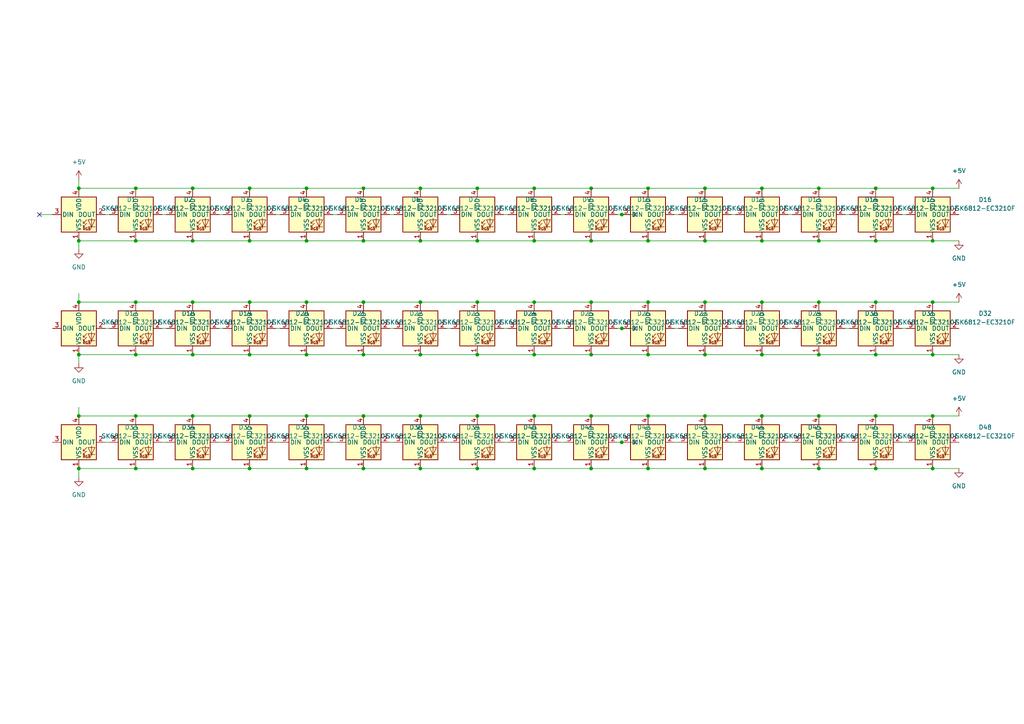
<source format=kicad_sch>
(kicad_sch (version 20230121) (generator eeschema)
  (paper "A4")
  (lib_symbols
    (symbol "CustomSymbols:SK6812-EC3210F" (pin_names (offset 0.254))
      (property "Reference" "D" (at 5.08 5.715 0))
      (property "Value" "SK6812-EC3210F" (at 1.27 -5.715 0))
      (symbol "SK6812-EC3210F_0_0"
        (text "RGB" (at 2.286 -4.191 0) (effects (font (size 0.762 0.762))))
      )
      (symbol "SK6812-EC3210F_0_1"
        (polyline (pts (xy 1.27 -3.556) (xy 1.778 -3.556)))
        (polyline (pts (xy 1.27 -2.54) (xy 1.778 -2.54)))
        (polyline (pts (xy 4.699 -3.556) (xy 2.667 -3.556)))
        (polyline (pts (xy 2.286 -2.54) (xy 1.27 -3.556) (xy 1.27 -3.048)))
        (polyline (pts (xy 2.286 -1.524) (xy 1.27 -2.54) (xy 1.27 -2.032)))
        (polyline (pts (xy 3.683 -1.016) (xy 3.683 -3.556) (xy 3.683 -4.064)))
        (polyline (pts (xy 4.699 -1.524) (xy 2.667 -1.524) (xy 3.683 -3.556) (xy 4.699 -1.524)))
        (rectangle (start 5.08 5.08) (end -5.08 -5.08) (stroke (width 0.254)) (fill (type background)))
      )
      (symbol "SK6812-EC3210F_1_1"
        (pin power_in line (at 0 -7.62 90) (length 2.54) (name "VSS") (number "1"))
        (pin output line (at 7.62 0 180) (length 2.54) (name "DOUT") (number "2"))
        (pin input line (at -7.62 0 0) (length 2.54) (name "DIN") (number "3"))
        (pin power_in line (at 0 7.62 270) (length 2.54) (name "VDD") (number "4"))
      )
    )
    (symbol "power:+5V" (power) (pin_names (offset 0))
      (property "Value" "+5V" (at 0 3.556 0))
      (symbol "+5V_0_1"
        (polyline (pts (xy -0.762 1.27) (xy 0 2.54)))
        (polyline (pts (xy 0 0) (xy 0 2.54)))
        (polyline (pts (xy 0 2.54) (xy 0.762 1.27)))
      )
      (symbol "+5V_1_1"
        (pin power_in line (at 0 0 90) (length 0) hide (name "+5V") (number "1"))
      )
    )
    (symbol "power:GND" (power) (pin_names (offset 0))
      (property "Value" "GND" (at 0 -3.81 0))
      (symbol "GND_0_1"
        (polyline (pts (xy 0 0) (xy 0 -1.27) (xy 1.27 -1.27) (xy 0 -2.54) (xy -1.27 -1.27) (xy 0 -1.27)))
      )
      (symbol "GND_1_1"
        (pin power_in line (at 0 0 270) (length 0) hide (name "GND") (number "1"))
      )
    )
  )
  (junction (at 72.39 120.65))
  (junction (at 171.45 102.87))
  (junction (at 154.94 120.65))
  (junction (at 121.92 120.65))
  (junction (at 237.49 102.87))
  (junction (at 121.92 87.63))
  (junction (at 105.41 135.89))
  (junction (at 180.34 95.25))
  (junction (at 220.98 69.85))
  (junction (at 39.37 54.61))
  (junction (at 55.88 54.61))
  (junction (at 22.86 102.87))
  (junction (at 88.9 102.87))
  (junction (at 121.92 54.61))
  (junction (at 204.47 87.63))
  (junction (at 138.43 54.61))
  (junction (at 270.51 135.89))
  (junction (at 237.49 135.89))
  (junction (at 55.88 69.85))
  (junction (at 254 87.63))
  (junction (at 187.96 102.87))
  (junction (at 22.86 135.89))
  (junction (at 55.88 102.87))
  (junction (at 270.51 120.65))
  (junction (at 270.51 87.63))
  (junction (at 105.41 69.85))
  (junction (at 171.45 69.85))
  (junction (at 88.9 135.89))
  (junction (at 72.39 135.89))
  (junction (at 72.39 87.63))
  (junction (at 220.98 54.61))
  (junction (at 237.49 54.61))
  (junction (at 187.96 135.89))
  (junction (at 22.86 69.85))
  (junction (at 39.37 69.85))
  (junction (at 72.39 102.87))
  (junction (at 171.45 87.63))
  (junction (at 138.43 87.63))
  (junction (at 204.47 120.65))
  (junction (at 204.47 102.87))
  (junction (at 22.86 87.63))
  (junction (at 154.94 102.87))
  (junction (at 187.96 69.85))
  (junction (at 154.94 54.61))
  (junction (at 72.39 69.85))
  (junction (at 237.49 69.85))
  (junction (at 55.88 135.89))
  (junction (at 187.96 120.65))
  (junction (at 22.86 54.61))
  (junction (at 22.86 120.65))
  (junction (at 237.49 120.65))
  (junction (at 180.34 62.23))
  (junction (at 187.96 54.61))
  (junction (at 171.45 54.61))
  (junction (at 270.51 102.87))
  (junction (at 39.37 120.65))
  (junction (at 88.9 87.63))
  (junction (at 105.41 87.63))
  (junction (at 204.47 54.61))
  (junction (at 154.94 135.89))
  (junction (at 220.98 87.63))
  (junction (at 237.49 87.63))
  (junction (at 39.37 87.63))
  (junction (at 55.88 87.63))
  (junction (at 121.92 102.87))
  (junction (at 220.98 120.65))
  (junction (at 154.94 69.85))
  (junction (at 254 69.85))
  (junction (at 171.45 135.89))
  (junction (at 105.41 120.65))
  (junction (at 204.47 69.85))
  (junction (at 55.88 120.65))
  (junction (at 138.43 69.85))
  (junction (at 270.51 69.85))
  (junction (at 254 135.89))
  (junction (at 138.43 102.87))
  (junction (at 121.92 69.85))
  (junction (at 220.98 135.89))
  (junction (at 171.45 120.65))
  (junction (at 105.41 102.87))
  (junction (at 254 54.61))
  (junction (at 254 120.65))
  (junction (at 138.43 120.65))
  (junction (at 88.9 69.85))
  (junction (at 88.9 54.61))
  (junction (at 187.96 87.63))
  (junction (at 72.39 54.61))
  (junction (at 204.47 135.89))
  (junction (at 39.37 102.87))
  (junction (at 121.92 135.89))
  (junction (at 138.43 135.89))
  (junction (at 270.51 54.61))
  (junction (at 220.98 102.87))
  (junction (at 88.9 120.65))
  (junction (at 180.34 128.27))
  (junction (at 154.94 87.63))
  (junction (at 254 102.87))
  (junction (at 105.41 54.61))
  (junction (at 39.37 135.89))
  (no_connect (at 184.15 62.23))
  (no_connect (at 11.43 62.23))
  (no_connect (at 184.15 128.27))
  (no_connect (at 184.15 95.25))
  (wire (pts (xy 180.34 62.23) (xy 179.07 62.23)))
  (wire (pts (xy 278.13 102.87) (xy 270.51 102.87)))
  (wire (pts (xy 105.41 69.85) (xy 121.92 69.85)))
  (wire (pts (xy 30.48 128.27) (xy 31.75 128.27)))
  (wire (pts (xy 220.98 54.61) (xy 237.49 54.61)))
  (wire (pts (xy 245.11 62.23) (xy 246.38 62.23)))
  (wire (pts (xy 72.39 135.89) (xy 88.9 135.89)))
  (wire (pts (xy 72.39 87.63) (xy 88.9 87.63)))
  (wire (pts (xy 278.13 135.89) (xy 270.51 135.89)))
  (wire (pts (xy 129.54 62.23) (xy 130.81 62.23)))
  (wire (pts (xy 105.41 120.65) (xy 121.92 120.65)))
  (wire (pts (xy 270.51 69.85) (xy 254 69.85)))
  (wire (pts (xy 187.96 120.65) (xy 204.47 120.65)))
  (wire (pts (xy 63.5 95.25) (xy 64.77 95.25)))
  (wire (pts (xy 138.43 54.61) (xy 154.94 54.61)))
  (wire (pts (xy 88.9 135.89) (xy 105.41 135.89)))
  (wire (pts (xy 228.6 62.23) (xy 229.87 62.23)))
  (wire (pts (xy 180.34 128.27) (xy 179.07 128.27)))
  (wire (pts (xy 278.13 54.61) (xy 270.51 54.61)))
  (wire (pts (xy 55.88 120.65) (xy 72.39 120.65)))
  (wire (pts (xy 96.52 62.23) (xy 97.79 62.23)))
  (wire (pts (xy 171.45 120.65) (xy 187.96 120.65)))
  (wire (pts (xy 261.62 128.27) (xy 262.89 128.27)))
  (wire (pts (xy 184.15 95.25) (xy 180.34 95.25)))
  (wire (pts (xy 88.9 54.61) (xy 105.41 54.61)))
  (wire (pts (xy 11.43 62.23) (xy 15.24 62.23)))
  (wire (pts (xy 261.62 95.25) (xy 262.89 95.25)))
  (wire (pts (xy 105.41 102.87) (xy 121.92 102.87)))
  (wire (pts (xy 171.45 69.85) (xy 187.96 69.85)))
  (wire (pts (xy 96.52 95.25) (xy 97.79 95.25)))
  (wire (pts (xy 187.96 87.63) (xy 204.47 87.63)))
  (wire (pts (xy 138.43 135.89) (xy 154.94 135.89)))
  (wire (pts (xy 204.47 120.65) (xy 220.98 120.65)))
  (wire (pts (xy 39.37 54.61) (xy 55.88 54.61)))
  (wire (pts (xy 220.98 102.87) (xy 237.49 102.87)))
  (wire (pts (xy 180.34 95.25) (xy 179.07 95.25)))
  (wire (pts (xy 88.9 102.87) (xy 105.41 102.87)))
  (wire (pts (xy 187.96 69.85) (xy 204.47 69.85)))
  (wire (pts (xy 129.54 95.25) (xy 130.81 95.25)))
  (wire (pts (xy 46.99 128.27) (xy 48.26 128.27)))
  (wire (pts (xy 162.56 95.25) (xy 163.83 95.25)))
  (wire (pts (xy 113.03 128.27) (xy 114.3 128.27)))
  (wire (pts (xy 88.9 120.65) (xy 105.41 120.65)))
  (wire (pts (xy 171.45 102.87) (xy 187.96 102.87)))
  (wire (pts (xy 204.47 87.63) (xy 220.98 87.63)))
  (wire (pts (xy 220.98 120.65) (xy 237.49 120.65)))
  (wire (pts (xy 254 87.63) (xy 270.51 87.63)))
  (wire (pts (xy 146.05 128.27) (xy 147.32 128.27)))
  (wire (pts (xy 22.86 52.07) (xy 22.86 54.61)))
  (wire (pts (xy 121.92 102.87) (xy 138.43 102.87)))
  (wire (pts (xy 245.11 128.27) (xy 246.38 128.27)))
  (wire (pts (xy 63.5 128.27) (xy 64.77 128.27)))
  (wire (pts (xy 39.37 87.63) (xy 55.88 87.63)))
  (wire (pts (xy 162.56 62.23) (xy 163.83 62.23)))
  (wire (pts (xy 121.92 69.85) (xy 138.43 69.85)))
  (wire (pts (xy 278.13 69.85) (xy 270.51 69.85)))
  (wire (pts (xy 162.56 128.27) (xy 163.83 128.27)))
  (wire (pts (xy 187.96 54.61) (xy 204.47 54.61)))
  (wire (pts (xy 187.96 102.87) (xy 204.47 102.87)))
  (wire (pts (xy 171.45 135.89) (xy 187.96 135.89)))
  (wire (pts (xy 237.49 54.61) (xy 254 54.61)))
  (wire (pts (xy 80.01 128.27) (xy 81.28 128.27)))
  (wire (pts (xy 154.94 69.85) (xy 171.45 69.85)))
  (wire (pts (xy 55.88 87.63) (xy 72.39 87.63)))
  (wire (pts (xy 39.37 69.85) (xy 55.88 69.85)))
  (wire (pts (xy 22.86 102.87) (xy 22.86 105.41)))
  (wire (pts (xy 220.98 87.63) (xy 237.49 87.63)))
  (wire (pts (xy 138.43 120.65) (xy 154.94 120.65)))
  (wire (pts (xy 113.03 62.23) (xy 114.3 62.23)))
  (wire (pts (xy 171.45 87.63) (xy 187.96 87.63)))
  (wire (pts (xy 187.96 135.89) (xy 204.47 135.89)))
  (wire (pts (xy 22.86 120.65) (xy 39.37 120.65)))
  (wire (pts (xy 254 54.61) (xy 270.51 54.61)))
  (wire (pts (xy 146.05 95.25) (xy 147.32 95.25)))
  (wire (pts (xy 46.99 62.23) (xy 48.26 62.23)))
  (wire (pts (xy 154.94 120.65) (xy 171.45 120.65)))
  (wire (pts (xy 105.41 135.89) (xy 121.92 135.89)))
  (wire (pts (xy 254 120.65) (xy 270.51 120.65)))
  (wire (pts (xy 46.99 95.25) (xy 48.26 95.25)))
  (wire (pts (xy 96.52 128.27) (xy 97.79 128.27)))
  (wire (pts (xy 270.51 135.89) (xy 254 135.89)))
  (wire (pts (xy 121.92 120.65) (xy 138.43 120.65)))
  (wire (pts (xy 105.41 54.61) (xy 121.92 54.61)))
  (wire (pts (xy 55.88 54.61) (xy 72.39 54.61)))
  (wire (pts (xy 39.37 135.89) (xy 55.88 135.89)))
  (wire (pts (xy 212.09 95.25) (xy 213.36 95.25)))
  (wire (pts (xy 270.51 102.87) (xy 254 102.87)))
  (wire (pts (xy 212.09 128.27) (xy 213.36 128.27)))
  (wire (pts (xy 278.13 120.65) (xy 270.51 120.65)))
  (wire (pts (xy 154.94 87.63) (xy 171.45 87.63)))
  (wire (pts (xy 204.47 135.89) (xy 220.98 135.89)))
  (wire (pts (xy 237.49 102.87) (xy 254 102.87)))
  (wire (pts (xy 184.15 128.27) (xy 180.34 128.27)))
  (wire (pts (xy 55.88 135.89) (xy 72.39 135.89)))
  (wire (pts (xy 22.86 135.89) (xy 22.86 138.43)))
  (wire (pts (xy 237.49 120.65) (xy 254 120.65)))
  (wire (pts (xy 22.86 69.85) (xy 39.37 69.85)))
  (wire (pts (xy 22.86 87.63) (xy 39.37 87.63)))
  (wire (pts (xy 39.37 102.87) (xy 55.88 102.87)))
  (wire (pts (xy 80.01 95.25) (xy 81.28 95.25)))
  (wire (pts (xy 72.39 54.61) (xy 88.9 54.61)))
  (wire (pts (xy 237.49 87.63) (xy 254 87.63)))
  (wire (pts (xy 63.5 62.23) (xy 64.77 62.23)))
  (wire (pts (xy 245.11 95.25) (xy 246.38 95.25)))
  (wire (pts (xy 204.47 102.87) (xy 220.98 102.87)))
  (wire (pts (xy 146.05 62.23) (xy 147.32 62.23)))
  (wire (pts (xy 22.86 54.61) (xy 39.37 54.61)))
  (wire (pts (xy 30.48 62.23) (xy 31.75 62.23)))
  (wire (pts (xy 220.98 135.89) (xy 237.49 135.89)))
  (wire (pts (xy 154.94 102.87) (xy 171.45 102.87)))
  (wire (pts (xy 72.39 69.85) (xy 88.9 69.85)))
  (wire (pts (xy 278.13 87.63) (xy 270.51 87.63)))
  (wire (pts (xy 88.9 69.85) (xy 105.41 69.85)))
  (wire (pts (xy 195.58 62.23) (xy 196.85 62.23)))
  (wire (pts (xy 204.47 54.61) (xy 220.98 54.61)))
  (wire (pts (xy 22.86 69.85) (xy 22.86 72.39)))
  (wire (pts (xy 30.48 95.25) (xy 31.75 95.25)))
  (wire (pts (xy 138.43 102.87) (xy 154.94 102.87)))
  (wire (pts (xy 121.92 87.63) (xy 138.43 87.63)))
  (wire (pts (xy 121.92 54.61) (xy 138.43 54.61)))
  (wire (pts (xy 237.49 135.89) (xy 254 135.89)))
  (wire (pts (xy 237.49 69.85) (xy 254 69.85)))
  (wire (pts (xy 39.37 120.65) (xy 55.88 120.65)))
  (wire (pts (xy 72.39 120.65) (xy 88.9 120.65)))
  (wire (pts (xy 80.01 62.23) (xy 81.28 62.23)))
  (wire (pts (xy 22.86 118.11) (xy 22.86 120.65)))
  (wire (pts (xy 113.03 95.25) (xy 114.3 95.25)))
  (wire (pts (xy 138.43 69.85) (xy 154.94 69.85)))
  (wire (pts (xy 154.94 54.61) (xy 171.45 54.61)))
  (wire (pts (xy 22.86 135.89) (xy 39.37 135.89)))
  (wire (pts (xy 212.09 62.23) (xy 213.36 62.23)))
  (wire (pts (xy 228.6 95.25) (xy 229.87 95.25)))
  (wire (pts (xy 171.45 54.61) (xy 187.96 54.61)))
  (wire (pts (xy 228.6 128.27) (xy 229.87 128.27)))
  (wire (pts (xy 204.47 69.85) (xy 220.98 69.85)))
  (wire (pts (xy 195.58 95.25) (xy 196.85 95.25)))
  (wire (pts (xy 22.86 102.87) (xy 39.37 102.87)))
  (wire (pts (xy 105.41 87.63) (xy 121.92 87.63)))
  (wire (pts (xy 72.39 102.87) (xy 88.9 102.87)))
  (wire (pts (xy 121.92 135.89) (xy 138.43 135.89)))
  (wire (pts (xy 184.15 62.23) (xy 180.34 62.23)))
  (wire (pts (xy 138.43 87.63) (xy 154.94 87.63)))
  (wire (pts (xy 22.86 85.09) (xy 22.86 87.63)))
  (wire (pts (xy 220.98 69.85) (xy 237.49 69.85)))
  (wire (pts (xy 129.54 128.27) (xy 130.81 128.27)))
  (wire (pts (xy 55.88 102.87) (xy 72.39 102.87)))
  (wire (pts (xy 55.88 69.85) (xy 72.39 69.85)))
  (wire (pts (xy 88.9 87.63) (xy 105.41 87.63)))
  (wire (pts (xy 154.94 135.89) (xy 171.45 135.89)))
  (wire (pts (xy 261.62 62.23) (xy 262.89 62.23)))
  (wire (pts (xy 195.58 128.27) (xy 196.85 128.27)))
  (symbol (lib_id "CustomSymbols:SK6812-EC3210F") (at 270.51 128.27 0) (unit 1)
    (property "Reference" "D48" (at 285.75 123.9393 0))
    (property "Value" "SK6812-EC3210F" (at 285.75 126.4793 0))
    (property "Footprint" "Custom Footprint Library:SK6812-EC3210F" (effects hide))
    (property "Datasheet" "https://cdn-shop.adafruit.com/product-files/4892/4892_SK68XX-EC3210F__REV.A.pdf" (effects hide))
  )
  (symbol (lib_id "CustomSymbols:SK6812-EC3210F") (at 220.98 62.23 0) (unit 1)
    (property "Reference" "D13" (at 236.22 57.8993 0))
    (property "Value" "SK6812-EC3210F" (at 236.22 60.4393 0))
    (property "Footprint" "Custom Footprint Library:SK6812-EC3210F" (effects hide))
    (property "Datasheet" "https://cdn-shop.adafruit.com/product-files/4892/4892_SK68XX-EC3210F__REV.A.pdf" (effects hide))
  )
  (symbol (lib_id "CustomSymbols:SK6812-EC3210F") (at 55.88 95.25 0) (unit 1)
    (property "Reference" "D19" (at 71.12 90.9193 0))
    (property "Value" "SK6812-EC3210F" (at 71.12 93.4593 0))
    (property "Footprint" "Custom Footprint Library:SK6812-EC3210F" (effects hide))
    (property "Datasheet" "https://cdn-shop.adafruit.com/product-files/4892/4892_SK68XX-EC3210F__REV.A.pdf" (effects hide))
  )
  (symbol (lib_id "CustomSymbols:SK6812-EC3210F") (at 121.92 95.25 0) (unit 1)
    (property "Reference" "D23" (at 137.16 90.9193 0))
    (property "Value" "SK6812-EC3210F" (at 137.16 93.4593 0))
    (property "Footprint" "Custom Footprint Library:SK6812-EC3210F" (effects hide))
    (property "Datasheet" "https://cdn-shop.adafruit.com/product-files/4892/4892_SK68XX-EC3210F__REV.A.pdf" (effects hide))
  )
  (symbol (lib_id "power:+5V") (at 22.86 52.07 0) (unit 1)
    (property "Reference" "#PWR0101" (effects hide))
    (property "Value" "+5V" (at 22.86 46.99 0))
  )
  (symbol (lib_id "power:+5V") (at 278.13 120.65 0) (unit 1)
    (property "Reference" "#PWR07" (effects hide))
    (property "Value" "+5V" (at 278.13 115.57 0))
  )
  (symbol (lib_id "CustomSymbols:SK6812-EC3210F") (at 22.86 62.23 0) (unit 1)
    (property "Reference" "D1" (at 38.1 57.8993 0))
    (property "Value" "SK6812-EC3210F" (at 38.1 60.4393 0))
    (property "Footprint" "Custom Footprint Library:SK6812-EC3210F" (effects hide))
    (property "Datasheet" "https://cdn-shop.adafruit.com/product-files/4892/4892_SK68XX-EC3210F__REV.A.pdf" (effects hide))
  )
  (symbol (lib_id "power:GND") (at 22.86 138.43 0) (unit 1)
    (property "Reference" "#PWR06" (effects hide))
    (property "Value" "GND" (at 22.86 143.51 0))
  )
  (symbol (lib_id "CustomSymbols:SK6812-EC3210F") (at 187.96 95.25 0) (unit 1)
    (property "Reference" "D27" (at 203.2 90.9193 0))
    (property "Value" "SK6812-EC3210F" (at 203.2 93.4593 0))
    (property "Footprint" "Custom Footprint Library:SK6812-EC3210F" (effects hide))
    (property "Datasheet" "https://cdn-shop.adafruit.com/product-files/4892/4892_SK68XX-EC3210F__REV.A.pdf" (effects hide))
  )
  (symbol (lib_id "CustomSymbols:SK6812-EC3210F") (at 22.86 95.25 0) (unit 1)
    (property "Reference" "D17" (at 38.1 90.9193 0))
    (property "Value" "SK6812-EC3210F" (at 38.1 93.4593 0))
    (property "Footprint" "Custom Footprint Library:SK6812-EC3210F" (effects hide))
    (property "Datasheet" "https://cdn-shop.adafruit.com/product-files/4892/4892_SK68XX-EC3210F__REV.A.pdf" (effects hide))
  )
  (symbol (lib_id "CustomSymbols:SK6812-EC3210F") (at 121.92 62.23 0) (unit 1)
    (property "Reference" "D7" (at 137.16 57.8993 0))
    (property "Value" "SK6812-EC3210F" (at 137.16 60.4393 0))
    (property "Footprint" "Custom Footprint Library:SK6812-EC3210F" (effects hide))
    (property "Datasheet" "https://cdn-shop.adafruit.com/product-files/4892/4892_SK68XX-EC3210F__REV.A.pdf" (effects hide))
  )
  (symbol (lib_id "CustomSymbols:SK6812-EC3210F") (at 204.47 62.23 0) (unit 1)
    (property "Reference" "D12" (at 219.71 57.8993 0))
    (property "Value" "SK6812-EC3210F" (at 219.71 60.4393 0))
    (property "Footprint" "Custom Footprint Library:SK6812-EC3210F" (effects hide))
    (property "Datasheet" "https://cdn-shop.adafruit.com/product-files/4892/4892_SK68XX-EC3210F__REV.A.pdf" (effects hide))
  )
  (symbol (lib_id "CustomSymbols:SK6812-EC3210F") (at 105.41 62.23 0) (unit 1)
    (property "Reference" "D6" (at 120.65 57.8993 0))
    (property "Value" "SK6812-EC3210F" (at 120.65 60.4393 0))
    (property "Footprint" "Custom Footprint Library:SK6812-EC3210F" (effects hide))
    (property "Datasheet" "https://cdn-shop.adafruit.com/product-files/4892/4892_SK68XX-EC3210F__REV.A.pdf" (effects hide))
  )
  (symbol (lib_id "CustomSymbols:SK6812-EC3210F") (at 22.86 128.27 0) (unit 1)
    (property "Reference" "D33" (at 38.1 123.9393 0))
    (property "Value" "SK6812-EC3210F" (at 38.1 126.4793 0))
    (property "Footprint" "Custom Footprint Library:SK6812-EC3210F" (effects hide))
    (property "Datasheet" "https://cdn-shop.adafruit.com/product-files/4892/4892_SK68XX-EC3210F__REV.A.pdf" (effects hide))
  )
  (symbol (lib_id "CustomSymbols:SK6812-EC3210F") (at 39.37 95.25 0) (unit 1)
    (property "Reference" "D18" (at 54.61 90.9193 0))
    (property "Value" "SK6812-EC3210F" (at 54.61 93.4593 0))
    (property "Footprint" "Custom Footprint Library:SK6812-EC3210F" (effects hide))
    (property "Datasheet" "https://cdn-shop.adafruit.com/product-files/4892/4892_SK68XX-EC3210F__REV.A.pdf" (effects hide))
  )
  (symbol (lib_id "CustomSymbols:SK6812-EC3210F") (at 171.45 128.27 0) (unit 1)
    (property "Reference" "D42" (at 186.69 123.9393 0))
    (property "Value" "SK6812-EC3210F" (at 186.69 126.4793 0))
    (property "Footprint" "Custom Footprint Library:SK6812-EC3210F" (effects hide))
    (property "Datasheet" "https://cdn-shop.adafruit.com/product-files/4892/4892_SK68XX-EC3210F__REV.A.pdf" (effects hide))
  )
  (symbol (lib_id "CustomSymbols:SK6812-EC3210F") (at 270.51 95.25 0) (unit 1)
    (property "Reference" "D32" (at 285.75 90.9193 0))
    (property "Value" "SK6812-EC3210F" (at 285.75 93.4593 0))
    (property "Footprint" "Custom Footprint Library:SK6812-EC3210F" (effects hide))
    (property "Datasheet" "https://cdn-shop.adafruit.com/product-files/4892/4892_SK68XX-EC3210F__REV.A.pdf" (effects hide))
  )
  (symbol (lib_id "CustomSymbols:SK6812-EC3210F") (at 88.9 128.27 0) (unit 1)
    (property "Reference" "D37" (at 104.14 123.9393 0))
    (property "Value" "SK6812-EC3210F" (at 104.14 126.4793 0))
    (property "Footprint" "Custom Footprint Library:SK6812-EC3210F" (effects hide))
    (property "Datasheet" "https://cdn-shop.adafruit.com/product-files/4892/4892_SK68XX-EC3210F__REV.A.pdf" (effects hide))
  )
  (symbol (lib_id "CustomSymbols:SK6812-EC3210F") (at 187.96 62.23 0) (unit 1)
    (property "Reference" "D11" (at 203.2 57.8993 0))
    (property "Value" "SK6812-EC3210F" (at 203.2 60.4393 0))
    (property "Footprint" "Custom Footprint Library:SK6812-EC3210F" (effects hide))
    (property "Datasheet" "https://cdn-shop.adafruit.com/product-files/4892/4892_SK68XX-EC3210F__REV.A.pdf" (effects hide))
  )
  (symbol (lib_id "CustomSymbols:SK6812-EC3210F") (at 187.96 128.27 0) (unit 1)
    (property "Reference" "D43" (at 203.2 123.9393 0))
    (property "Value" "SK6812-EC3210F" (at 203.2 126.4793 0))
    (property "Footprint" "Custom Footprint Library:SK6812-EC3210F" (effects hide))
    (property "Datasheet" "https://cdn-shop.adafruit.com/product-files/4892/4892_SK68XX-EC3210F__REV.A.pdf" (effects hide))
  )
  (symbol (lib_id "CustomSymbols:SK6812-EC3210F") (at 55.88 62.23 0) (unit 1)
    (property "Reference" "D3" (at 71.12 57.8993 0))
    (property "Value" "SK6812-EC3210F" (at 71.12 60.4393 0))
    (property "Footprint" "Custom Footprint Library:SK6812-EC3210F" (effects hide))
    (property "Datasheet" "https://cdn-shop.adafruit.com/product-files/4892/4892_SK68XX-EC3210F__REV.A.pdf" (effects hide))
  )
  (symbol (lib_id "CustomSymbols:SK6812-EC3210F") (at 237.49 62.23 0) (unit 1)
    (property "Reference" "D14" (at 252.73 57.8993 0))
    (property "Value" "SK6812-EC3210F" (at 252.73 60.4393 0))
    (property "Footprint" "Custom Footprint Library:SK6812-EC3210F" (effects hide))
    (property "Datasheet" "https://cdn-shop.adafruit.com/product-files/4892/4892_SK68XX-EC3210F__REV.A.pdf" (effects hide))
  )
  (symbol (lib_id "CustomSymbols:SK6812-EC3210F") (at 39.37 128.27 0) (unit 1)
    (property "Reference" "D34" (at 54.61 123.9393 0))
    (property "Value" "SK6812-EC3210F" (at 54.61 126.4793 0))
    (property "Footprint" "Custom Footprint Library:SK6812-EC3210F" (effects hide))
    (property "Datasheet" "https://cdn-shop.adafruit.com/product-files/4892/4892_SK68XX-EC3210F__REV.A.pdf" (effects hide))
  )
  (symbol (lib_id "CustomSymbols:SK6812-EC3210F") (at 171.45 62.23 0) (unit 1)
    (property "Reference" "D10" (at 186.69 57.8993 0))
    (property "Value" "SK6812-EC3210F" (at 186.69 60.4393 0))
    (property "Footprint" "Custom Footprint Library:SK6812-EC3210F" (effects hide))
    (property "Datasheet" "https://cdn-shop.adafruit.com/product-files/4892/4892_SK68XX-EC3210F__REV.A.pdf" (effects hide))
  )
  (symbol (lib_id "power:+5V") (at 278.13 54.61 0) (unit 1)
    (property "Reference" "#PWR01" (effects hide))
    (property "Value" "+5V" (at 278.13 49.53 0))
  )
  (symbol (lib_id "CustomSymbols:SK6812-EC3210F") (at 39.37 62.23 0) (unit 1)
    (property "Reference" "D2" (at 54.61 57.8993 0))
    (property "Value" "SK6812-EC3210F" (at 54.61 60.4393 0))
    (property "Footprint" "Custom Footprint Library:SK6812-EC3210F" (effects hide))
    (property "Datasheet" "https://cdn-shop.adafruit.com/product-files/4892/4892_SK68XX-EC3210F__REV.A.pdf" (effects hide))
  )
  (symbol (lib_id "power:GND") (at 278.13 69.85 0) (unit 1)
    (property "Reference" "#PWR02" (effects hide))
    (property "Value" "GND" (at 278.13 74.93 0))
  )
  (symbol (lib_id "CustomSymbols:SK6812-EC3210F") (at 72.39 95.25 0) (unit 1)
    (property "Reference" "D20" (at 87.63 90.9193 0))
    (property "Value" "SK6812-EC3210F" (at 87.63 93.4593 0))
    (property "Footprint" "Custom Footprint Library:SK6812-EC3210F" (effects hide))
    (property "Datasheet" "https://cdn-shop.adafruit.com/product-files/4892/4892_SK68XX-EC3210F__REV.A.pdf" (effects hide))
  )
  (symbol (lib_id "CustomSymbols:SK6812-EC3210F") (at 138.43 62.23 0) (unit 1)
    (property "Reference" "D8" (at 153.67 57.8993 0))
    (property "Value" "SK6812-EC3210F" (at 153.67 60.4393 0))
    (property "Footprint" "Custom Footprint Library:SK6812-EC3210F" (effects hide))
    (property "Datasheet" "https://cdn-shop.adafruit.com/product-files/4892/4892_SK68XX-EC3210F__REV.A.pdf" (effects hide))
  )
  (symbol (lib_id "CustomSymbols:SK6812-EC3210F") (at 237.49 95.25 0) (unit 1)
    (property "Reference" "D30" (at 252.73 90.9193 0))
    (property "Value" "SK6812-EC3210F" (at 252.73 93.4593 0))
    (property "Footprint" "Custom Footprint Library:SK6812-EC3210F" (effects hide))
    (property "Datasheet" "https://cdn-shop.adafruit.com/product-files/4892/4892_SK68XX-EC3210F__REV.A.pdf" (effects hide))
  )
  (symbol (lib_id "CustomSymbols:SK6812-EC3210F") (at 72.39 62.23 0) (unit 1)
    (property "Reference" "D4" (at 87.63 57.8993 0))
    (property "Value" "SK6812-EC3210F" (at 87.63 60.4393 0))
    (property "Footprint" "Custom Footprint Library:SK6812-EC3210F" (effects hide))
    (property "Datasheet" "https://cdn-shop.adafruit.com/product-files/4892/4892_SK68XX-EC3210F__REV.A.pdf" (effects hide))
  )
  (symbol (lib_id "CustomSymbols:SK6812-EC3210F") (at 171.45 95.25 0) (unit 1)
    (property "Reference" "D26" (at 186.69 90.9193 0))
    (property "Value" "SK6812-EC3210F" (at 186.69 93.4593 0))
    (property "Footprint" "Custom Footprint Library:SK6812-EC3210F" (effects hide))
    (property "Datasheet" "https://cdn-shop.adafruit.com/product-files/4892/4892_SK68XX-EC3210F__REV.A.pdf" (effects hide))
  )
  (symbol (lib_id "CustomSymbols:SK6812-EC3210F") (at 204.47 128.27 0) (unit 1)
    (property "Reference" "D44" (at 219.71 123.9393 0))
    (property "Value" "SK6812-EC3210F" (at 219.71 126.4793 0))
    (property "Footprint" "Custom Footprint Library:SK6812-EC3210F" (effects hide))
    (property "Datasheet" "https://cdn-shop.adafruit.com/product-files/4892/4892_SK68XX-EC3210F__REV.A.pdf" (effects hide))
  )
  (symbol (lib_id "power:GND") (at 22.86 72.39 0) (unit 1)
    (property "Reference" "#PWR0102" (effects hide))
    (property "Value" "GND" (at 22.86 77.47 0))
  )
  (symbol (lib_id "CustomSymbols:SK6812-EC3210F") (at 138.43 128.27 0) (unit 1)
    (property "Reference" "D40" (at 153.67 123.9393 0))
    (property "Value" "SK6812-EC3210F" (at 153.67 126.4793 0))
    (property "Footprint" "Custom Footprint Library:SK6812-EC3210F" (effects hide))
    (property "Datasheet" "https://cdn-shop.adafruit.com/product-files/4892/4892_SK68XX-EC3210F__REV.A.pdf" (effects hide))
  )
  (symbol (lib_id "CustomSymbols:SK6812-EC3210F") (at 270.51 62.23 0) (unit 1)
    (property "Reference" "D16" (at 285.75 57.8993 0))
    (property "Value" "SK6812-EC3210F" (at 285.75 60.4393 0))
    (property "Footprint" "Custom Footprint Library:SK6812-EC3210F" (effects hide))
    (property "Datasheet" "https://cdn-shop.adafruit.com/product-files/4892/4892_SK68XX-EC3210F__REV.A.pdf" (effects hide))
  )
  (symbol (lib_id "CustomSymbols:SK6812-EC3210F") (at 138.43 95.25 0) (unit 1)
    (property "Reference" "D24" (at 153.67 90.9193 0))
    (property "Value" "SK6812-EC3210F" (at 153.67 93.4593 0))
    (property "Footprint" "Custom Footprint Library:SK6812-EC3210F" (effects hide))
    (property "Datasheet" "https://cdn-shop.adafruit.com/product-files/4892/4892_SK68XX-EC3210F__REV.A.pdf" (effects hide))
  )
  (symbol (lib_id "CustomSymbols:SK6812-EC3210F") (at 254 128.27 0) (unit 1)
    (property "Reference" "D47" (at 269.24 123.9393 0))
    (property "Value" "SK6812-EC3210F" (at 269.24 126.4793 0))
    (property "Footprint" "Custom Footprint Library:SK6812-EC3210F" (effects hide))
    (property "Datasheet" "https://cdn-shop.adafruit.com/product-files/4892/4892_SK68XX-EC3210F__REV.A.pdf" (effects hide))
  )
  (symbol (lib_id "CustomSymbols:SK6812-EC3210F") (at 220.98 95.25 0) (unit 1)
    (property "Reference" "D29" (at 236.22 90.9193 0))
    (property "Value" "SK6812-EC3210F" (at 236.22 93.4593 0))
    (property "Footprint" "Custom Footprint Library:SK6812-EC3210F" (effects hide))
    (property "Datasheet" "https://cdn-shop.adafruit.com/product-files/4892/4892_SK68XX-EC3210F__REV.A.pdf" (effects hide))
  )
  (symbol (lib_id "power:GND") (at 278.13 135.89 0) (unit 1)
    (property "Reference" "#PWR08" (effects hide))
    (property "Value" "GND" (at 278.13 140.97 0))
  )
  (symbol (lib_id "CustomSymbols:SK6812-EC3210F") (at 121.92 128.27 0) (unit 1)
    (property "Reference" "D39" (at 137.16 123.9393 0))
    (property "Value" "SK6812-EC3210F" (at 137.16 126.4793 0))
    (property "Footprint" "Custom Footprint Library:SK6812-EC3210F" (effects hide))
    (property "Datasheet" "https://cdn-shop.adafruit.com/product-files/4892/4892_SK68XX-EC3210F__REV.A.pdf" (effects hide))
  )
  (symbol (lib_id "CustomSymbols:SK6812-EC3210F") (at 154.94 95.25 0) (unit 1)
    (property "Reference" "D25" (at 170.18 90.9193 0))
    (property "Value" "SK6812-EC3210F" (at 170.18 93.4593 0))
    (property "Footprint" "Custom Footprint Library:SK6812-EC3210F" (effects hide))
    (property "Datasheet" "https://cdn-shop.adafruit.com/product-files/4892/4892_SK68XX-EC3210F__REV.A.pdf" (effects hide))
  )
  (symbol (lib_id "CustomSymbols:SK6812-EC3210F") (at 88.9 62.23 0) (unit 1)
    (property "Reference" "D5" (at 104.14 57.8993 0))
    (property "Value" "SK6812-EC3210F" (at 104.14 60.4393 0))
    (property "Footprint" "Custom Footprint Library:SK6812-EC3210F" (effects hide))
    (property "Datasheet" "https://cdn-shop.adafruit.com/product-files/4892/4892_SK68XX-EC3210F__REV.A.pdf" (effects hide))
  )
  (symbol (lib_id "CustomSymbols:SK6812-EC3210F") (at 220.98 128.27 0) (unit 1)
    (property "Reference" "D45" (at 236.22 123.9393 0))
    (property "Value" "SK6812-EC3210F" (at 236.22 126.4793 0))
    (property "Footprint" "Custom Footprint Library:SK6812-EC3210F" (effects hide))
    (property "Datasheet" "https://cdn-shop.adafruit.com/product-files/4892/4892_SK68XX-EC3210F__REV.A.pdf" (effects hide))
  )
  (symbol (lib_id "CustomSymbols:SK6812-EC3210F") (at 254 62.23 0) (unit 1)
    (property "Reference" "D15" (at 269.24 57.8993 0))
    (property "Value" "SK6812-EC3210F" (at 269.24 60.4393 0))
    (property "Footprint" "Custom Footprint Library:SK6812-EC3210F" (effects hide))
    (property "Datasheet" "https://cdn-shop.adafruit.com/product-files/4892/4892_SK68XX-EC3210F__REV.A.pdf" (effects hide))
  )
  (symbol (lib_id "CustomSymbols:SK6812-EC3210F") (at 55.88 128.27 0) (unit 1)
    (property "Reference" "D35" (at 71.12 123.9393 0))
    (property "Value" "SK6812-EC3210F" (at 71.12 126.4793 0))
    (property "Footprint" "Custom Footprint Library:SK6812-EC3210F" (effects hide))
    (property "Datasheet" "https://cdn-shop.adafruit.com/product-files/4892/4892_SK68XX-EC3210F__REV.A.pdf" (effects hide))
  )
  (symbol (lib_id "power:GND") (at 22.86 105.41 0) (unit 1)
    (property "Reference" "#PWR03" (effects hide))
    (property "Value" "GND" (at 22.86 110.49 0))
  )
  (symbol (lib_id "CustomSymbols:SK6812-EC3210F") (at 154.94 62.23 0) (unit 1)
    (property "Reference" "D9" (at 170.18 57.8993 0))
    (property "Value" "SK6812-EC3210F" (at 170.18 60.4393 0))
    (property "Footprint" "Custom Footprint Library:SK6812-EC3210F" (effects hide))
    (property "Datasheet" "https://cdn-shop.adafruit.com/product-files/4892/4892_SK68XX-EC3210F__REV.A.pdf" (effects hide))
  )
  (symbol (lib_id "CustomSymbols:SK6812-EC3210F") (at 72.39 128.27 0) (unit 1)
    (property "Reference" "D36" (at 87.63 123.9393 0))
    (property "Value" "SK6812-EC3210F" (at 87.63 126.4793 0))
    (property "Footprint" "Custom Footprint Library:SK6812-EC3210F" (effects hide))
    (property "Datasheet" "https://cdn-shop.adafruit.com/product-files/4892/4892_SK68XX-EC3210F__REV.A.pdf" (effects hide))
  )
  (symbol (lib_id "CustomSymbols:SK6812-EC3210F") (at 254 95.25 0) (unit 1)
    (property "Reference" "D31" (at 269.24 90.9193 0))
    (property "Value" "SK6812-EC3210F" (at 269.24 93.4593 0))
    (property "Footprint" "Custom Footprint Library:SK6812-EC3210F" (effects hide))
    (property "Datasheet" "https://cdn-shop.adafruit.com/product-files/4892/4892_SK68XX-EC3210F__REV.A.pdf" (effects hide))
  )
  (symbol (lib_id "power:GND") (at 278.13 102.87 0) (unit 1)
    (property "Reference" "#PWR05" (effects hide))
    (property "Value" "GND" (at 278.13 107.95 0))
  )
  (symbol (lib_id "CustomSymbols:SK6812-EC3210F") (at 105.41 128.27 0) (unit 1)
    (property "Reference" "D38" (at 120.65 123.9393 0))
    (property "Value" "SK6812-EC3210F" (at 120.65 126.4793 0))
    (property "Footprint" "Custom Footprint Library:SK6812-EC3210F" (effects hide))
    (property "Datasheet" "https://cdn-shop.adafruit.com/product-files/4892/4892_SK68XX-EC3210F__REV.A.pdf" (effects hide))
  )
  (symbol (lib_id "CustomSymbols:SK6812-EC3210F") (at 204.47 95.25 0) (unit 1)
    (property "Reference" "D28" (at 219.71 90.9193 0))
    (property "Value" "SK6812-EC3210F" (at 219.71 93.4593 0))
    (property "Footprint" "Custom Footprint Library:SK6812-EC3210F" (effects hide))
    (property "Datasheet" "https://cdn-shop.adafruit.com/product-files/4892/4892_SK68XX-EC3210F__REV.A.pdf" (effects hide))
  )
  (symbol (lib_id "CustomSymbols:SK6812-EC3210F") (at 154.94 128.27 0) (unit 1)
    (property "Reference" "D41" (at 170.18 123.9393 0))
    (property "Value" "SK6812-EC3210F" (at 170.18 126.4793 0))
    (property "Footprint" "Custom Footprint Library:SK6812-EC3210F" (effects hide))
    (property "Datasheet" "https://cdn-shop.adafruit.com/product-files/4892/4892_SK68XX-EC3210F__REV.A.pdf" (effects hide))
  )
  (symbol (lib_id "power:+5V") (at 278.13 87.63 0) (unit 1)
    (property "Reference" "#PWR04" (effects hide))
    (property "Value" "+5V" (at 278.13 82.55 0))
  )
  (symbol (lib_id "CustomSymbols:SK6812-EC3210F") (at 237.49 128.27 0) (unit 1)
    (property "Reference" "D46" (at 252.73 123.9393 0))
    (property "Value" "SK6812-EC3210F" (at 252.73 126.4793 0))
    (property "Footprint" "Custom Footprint Library:SK6812-EC3210F" (effects hide))
    (property "Datasheet" "https://cdn-shop.adafruit.com/product-files/4892/4892_SK68XX-EC3210F__REV.A.pdf" (effects hide))
  )
  (symbol (lib_id "CustomSymbols:SK6812-EC3210F") (at 88.9 95.25 0) (unit 1)
    (property "Reference" "D21" (at 104.14 90.9193 0))
    (property "Value" "SK6812-EC3210F" (at 104.14 93.4593 0))
    (property "Footprint" "Custom Footprint Library:SK6812-EC3210F" (effects hide))
    (property "Datasheet" "https://cdn-shop.adafruit.com/product-files/4892/4892_SK68XX-EC3210F__REV.A.pdf" (effects hide))
  )
  (symbol (lib_id "CustomSymbols:SK6812-EC3210F") (at 105.41 95.25 0) (unit 1)
    (property "Reference" "D22" (at 120.65 90.9193 0))
    (property "Value" "SK6812-EC3210F" (at 120.65 93.4593 0))
    (property "Footprint" "Custom Footprint Library:SK6812-EC3210F" (effects hide))
    (property "Datasheet" "https://cdn-shop.adafruit.com/product-files/4892/4892_SK68XX-EC3210F__REV.A.pdf" (effects hide))
  )
)
</source>
